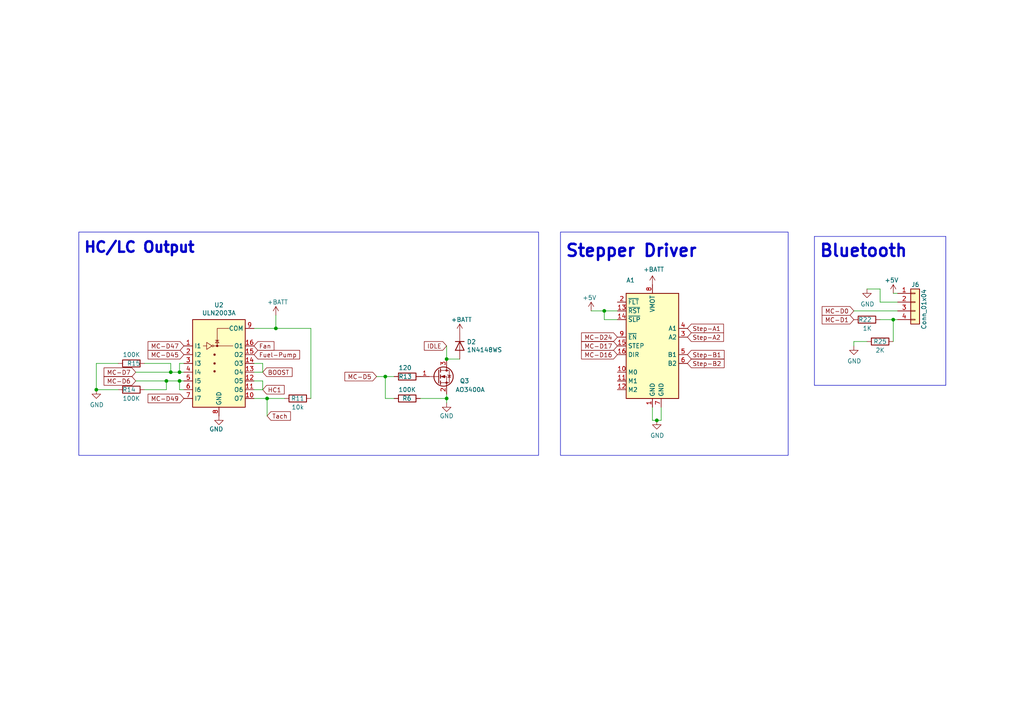
<source format=kicad_sch>
(kicad_sch (version 20230121) (generator eeschema)
  (paper "A4")
  (title_block (title "Pre-Ignition X2") (date "2023-06-15") (rev "B") (company "DetonationEMS"))
  (lib_symbols
    (symbol "Connector_Generic:Conn_01x04" (pin_names (offset 1.016) hide)
      (property "Reference" "J" (at 0 5.08 0))
      (property "Value" "Conn_01x04" (at 0 -7.62 0))
      (symbol "Conn_01x04_1_1"
        (rectangle (start -1.27 -4.953) (end 0 -5.207) (stroke (width 0.1524)))
        (rectangle (start -1.27 -2.413) (end 0 -2.667) (stroke (width 0.1524)))
        (rectangle (start -1.27 0.127) (end 0 -0.127) (stroke (width 0.1524)))
        (rectangle (start -1.27 2.667) (end 0 2.413) (stroke (width 0.1524)))
        (rectangle (start -1.27 3.81) (end 1.27 -6.35) (stroke (width 0.254)) (fill (type background)))
        (pin passive line (at -5.08 2.54 0) (length 3.81) (name "Pin_1") (number "1"))
        (pin passive line (at -5.08 0 0) (length 3.81) (name "Pin_2") (number "2"))
        (pin passive line (at -5.08 -2.54 0) (length 3.81) (name "Pin_3") (number "3"))
        (pin passive line (at -5.08 -5.08 0) (length 3.81) (name "Pin_4") (number "4"))
      )
    )
    (symbol "Device:R" (pin_numbers hide) (pin_names (offset 0))
      (property "Reference" "R" (at 2.032 0 90))
      (property "Value" "R" (at 0 0 90))
      (symbol "R_0_1"
        (rectangle (start -1.016 -2.54) (end 1.016 2.54) (stroke (width 0.254)))
      )
      (symbol "R_1_1"
        (pin passive line (at 0 3.81 270) (length 1.27) (name "~") (number "1"))
        (pin passive line (at 0 -3.81 90) (length 1.27) (name "~") (number "2"))
      )
    )
    (symbol "Diode:1N4148WS" (pin_numbers hide) (pin_names hide)
      (property "Reference" "D" (at 0 2.54 0))
      (property "Value" "1N4148WS" (at 0 -2.54 0))
      (symbol "1N4148WS_0_1"
        (polyline (pts (xy -1.27 1.27) (xy -1.27 -1.27)) (stroke (width 0.254)))
        (polyline (pts (xy 1.27 0) (xy -1.27 0)))
        (polyline (pts (xy 1.27 1.27) (xy 1.27 -1.27) (xy -1.27 0) (xy 1.27 1.27)) (stroke (width 0.254)))
      )
      (symbol "1N4148WS_1_1"
        (pin passive line (at -3.81 0 0) (length 2.54) (name "K") (number "1"))
        (pin passive line (at 3.81 0 180) (length 2.54) (name "A") (number "2"))
      )
    )
    (symbol "Driver_Motor:Pololu_Breakout_DRV8825"
      (property "Reference" "A" (at -2.54 16.51 0))
      (property "Value" "Pololu_Breakout_DRV8825" (at -2.54 13.97 0))
      (symbol "Pololu_Breakout_DRV8825_0_1"
        (rectangle (start 7.62 -17.78) (end -7.62 12.7) (stroke (width 0.254)) (fill (type background)))
      )
      (symbol "Pololu_Breakout_DRV8825_1_1"
        (pin power_in line (at 0 -20.32 90) (length 2.54) (name "GND") (number "1"))
        (pin input line (at -10.16 -10.16 0) (length 2.54) (name "M0") (number "10"))
        (pin input line (at -10.16 -12.7 0) (length 2.54) (name "M1") (number "11"))
        (pin input line (at -10.16 -15.24 0) (length 2.54) (name "M2") (number "12"))
        (pin input line (at -10.16 7.62 0) (length 2.54) (name "~{RST}") (number "13"))
        (pin input line (at -10.16 5.08 0) (length 2.54) (name "~{SLP}") (number "14"))
        (pin input line (at -10.16 -2.54 0) (length 2.54) (name "STEP") (number "15"))
        (pin input line (at -10.16 -5.08 0) (length 2.54) (name "DIR") (number "16"))
        (pin output line (at -10.16 10.16 0) (length 2.54) (name "~{FLT}") (number "2"))
        (pin output line (at 10.16 0 180) (length 2.54) (name "A2") (number "3"))
        (pin output line (at 10.16 2.54 180) (length 2.54) (name "A1") (number "4"))
        (pin output line (at 10.16 -5.08 180) (length 2.54) (name "B1") (number "5"))
        (pin output line (at 10.16 -7.62 180) (length 2.54) (name "B2") (number "6"))
        (pin power_in line (at 2.54 -20.32 90) (length 2.54) (name "GND") (number "7"))
        (pin power_in line (at 0 15.24 270) (length 2.54) (name "VMOT") (number "8"))
        (pin input line (at -10.16 0 0) (length 2.54) (name "~{EN}") (number "9"))
      )
    )
    (symbol "Pre_Ignition-rescue:AO3400A-Pre_Ignition-cache" (pin_names hide)
      (property "Reference" "Q" (at 5.08 1.905 0))
      (property "Value" "Pre_Ignition-cache_AO3400A" (at 5.08 0 0))
      (symbol "AO3400A-Pre_Ignition-cache_0_1"
        (polyline (pts (xy 0.254 0) (xy -2.54 0)))
        (polyline (pts (xy 0.254 1.905) (xy 0.254 -1.905)) (stroke (width 0.254)))
        (polyline (pts (xy 0.762 -1.27) (xy 0.762 -2.286)) (stroke (width 0.254)))
        (polyline (pts (xy 0.762 0.508) (xy 0.762 -0.508)) (stroke (width 0.254)))
        (polyline (pts (xy 0.762 2.286) (xy 0.762 1.27)) (stroke (width 0.254)))
        (polyline (pts (xy 2.54 2.54) (xy 2.54 1.778)))
        (polyline (pts (xy 2.54 -2.54) (xy 2.54 0) (xy 0.762 0)))
        (polyline (pts (xy 0.762 -1.778) (xy 3.302 -1.778) (xy 3.302 1.778) (xy 0.762 1.778)))
        (polyline (pts (xy 1.016 0) (xy 2.032 0.381) (xy 2.032 -0.381) (xy 1.016 0)) (fill (type outline)))
        (polyline (pts (xy 2.794 0.508) (xy 2.921 0.381) (xy 3.683 0.381) (xy 3.81 0.254)))
        (polyline (pts (xy 3.302 0.381) (xy 2.921 -0.254) (xy 3.683 -0.254) (xy 3.302 0.381)))
        (circle (center 1.651 0) (radius 2.794) (stroke (width 0.254)))
        (circle (center 2.54 -1.778) (radius 0.254) (fill (type outline)))
        (circle (center 2.54 1.778) (radius 0.254) (fill (type outline)))
      )
      (symbol "AO3400A-Pre_Ignition-cache_1_1"
        (pin input line (at -5.08 0 0) (length 2.54) (name "G") (number "1"))
        (pin passive line (at 2.54 -5.08 90) (length 2.54) (name "S") (number "2"))
        (pin passive line (at 2.54 5.08 270) (length 2.54) (name "D") (number "3"))
      )
    )
    (symbol "Transistor_Array:ULN2003A"
      (property "Reference" "U" (at 0 15.875 0))
      (property "Value" "ULN2003A" (at 0 13.97 0))
      (symbol "ULN2003A_0_1"
        (rectangle (start -7.62 -12.7) (end 7.62 12.7) (stroke (width 0.254)) (fill (type background)))
        (circle (center -1.778 5.08) (radius 0.254))
        (circle (center -1.27 -2.286) (radius 0.254) (fill (type outline)))
        (circle (center -1.27 0) (radius 0.254) (fill (type outline)))
        (circle (center -1.27 2.54) (radius 0.254) (fill (type outline)))
        (circle (center -0.508 5.08) (radius 0.254) (fill (type outline)))
        (polyline (pts (xy -4.572 5.08) (xy -3.556 5.08)))
        (polyline (pts (xy -1.524 5.08) (xy 4.064 5.08)))
        (polyline (pts (xy 0 6.731) (xy -1.016 6.731)))
        (polyline (pts (xy -0.508 5.08) (xy -0.508 10.16) (xy 2.921 10.16)))
        (polyline (pts (xy -3.556 6.096) (xy -3.556 4.064) (xy -2.032 5.08) (xy -3.556 6.096)))
        (polyline (pts (xy 0 5.969) (xy -1.016 5.969) (xy -0.508 6.731) (xy 0 5.969)))
      )
      (symbol "ULN2003A_1_1"
        (pin input line (at -10.16 5.08 0) (length 2.54) (name "I1") (number "1"))
        (pin open_collector line (at 10.16 -10.16 180) (length 2.54) (name "O7") (number "10"))
        (pin open_collector line (at 10.16 -7.62 180) (length 2.54) (name "O6") (number "11"))
        (pin open_collector line (at 10.16 -5.08 180) (length 2.54) (name "O5") (number "12"))
        (pin open_collector line (at 10.16 -2.54 180) (length 2.54) (name "O4") (number "13"))
        (pin open_collector line (at 10.16 0 180) (length 2.54) (name "O3") (number "14"))
        (pin open_collector line (at 10.16 2.54 180) (length 2.54) (name "O2") (number "15"))
        (pin open_collector line (at 10.16 5.08 180) (length 2.54) (name "O1") (number "16"))
        (pin input line (at -10.16 2.54 0) (length 2.54) (name "I2") (number "2"))
        (pin input line (at -10.16 0 0) (length 2.54) (name "I3") (number "3"))
        (pin input line (at -10.16 -2.54 0) (length 2.54) (name "I4") (number "4"))
        (pin input line (at -10.16 -5.08 0) (length 2.54) (name "I5") (number "5"))
        (pin input line (at -10.16 -7.62 0) (length 2.54) (name "I6") (number "6"))
        (pin input line (at -10.16 -10.16 0) (length 2.54) (name "I7") (number "7"))
        (pin power_in line (at 0 -15.24 90) (length 2.54) (name "GND") (number "8"))
        (pin passive line (at 10.16 10.16 180) (length 2.54) (name "COM") (number "9"))
      )
    )
    (symbol "power:+5V" (power) (pin_names (offset 0))
      (property "Value" "+5V" (at 0 3.556 0))
      (symbol "+5V_0_1"
        (polyline (pts (xy -0.762 1.27) (xy 0 2.54)))
        (polyline (pts (xy 0 0) (xy 0 2.54)))
        (polyline (pts (xy 0 2.54) (xy 0.762 1.27)))
      )
      (symbol "+5V_1_1"
        (pin power_in line (at 0 0 90) (length 0) hide (name "+5V") (number "1"))
      )
    )
    (symbol "power:+BATT" (power) (pin_names (offset 0))
      (property "Value" "+BATT" (at 0 3.556 0))
      (symbol "+BATT_0_1"
        (polyline (pts (xy -0.762 1.27) (xy 0 2.54)))
        (polyline (pts (xy 0 0) (xy 0 2.54)))
        (polyline (pts (xy 0 2.54) (xy 0.762 1.27)))
      )
      (symbol "+BATT_1_1"
        (pin power_in line (at 0 0 90) (length 0) hide (name "+BATT") (number "1"))
      )
    )
    (symbol "power:GND" (power) (pin_names (offset 0))
      (property "Value" "GND" (at 0 -3.81 0))
      (symbol "GND_0_1"
        (polyline (pts (xy 0 0) (xy 0 -1.27) (xy 1.27 -1.27) (xy 0 -2.54) (xy -1.27 -1.27) (xy 0 -1.27)))
      )
      (symbol "GND_1_1"
        (pin power_in line (at 0 0 270) (length 0) hide (name "GND") (number "1"))
      )
    )
  )
  (junction (at 49.53 107.95))
  (junction (at 77.47 115.57))
  (junction (at 129.54 104.14))
  (junction (at 259.08 92.71))
  (junction (at 190.5 121.92))
  (junction (at 80.01 95.25))
  (junction (at 27.94 113.03))
  (junction (at 175.26 90.17))
  (junction (at 48.26 110.49))
  (junction (at 52.07 107.95))
  (junction (at 129.54 115.57))
  (junction (at 111.76 109.22))
  (junction (at 52.07 110.49))
  (wire (pts (xy 255.27 83.82) (xy 255.27 87.63)))
  (wire (pts (xy 259.08 92.71) (xy 259.08 99.06)))
  (wire (pts (xy 189.23 118.11) (xy 189.23 121.92)))
  (wire (pts (xy 90.17 95.25) (xy 80.01 95.25)))
  (wire (pts (xy 129.54 116.84) (xy 129.54 115.57)))
  (wire (pts (xy 171.45 90.17) (xy 175.26 90.17)))
  (wire (pts (xy 80.01 91.44) (xy 80.01 95.25)))
  (wire (pts (xy 111.76 109.22) (xy 114.3 109.22)))
  (wire (pts (xy 76.2 107.95) (xy 73.66 107.95)))
  (wire (pts (xy 129.54 100.33) (xy 129.54 104.14)))
  (wire (pts (xy 53.34 113.03) (xy 52.07 113.03)))
  (wire (pts (xy 80.01 95.25) (xy 73.66 95.25)))
  (wire (pts (xy 111.76 109.22) (xy 111.76 115.57)))
  (wire (pts (xy 111.76 115.57) (xy 114.3 115.57)))
  (wire (pts (xy 52.07 105.41) (xy 52.07 107.95)))
  (wire (pts (xy 77.47 120.65) (xy 77.47 115.57)))
  (wire (pts (xy 260.35 90.17) (xy 247.65 90.17)))
  (polyline (pts (xy 236.22 111.76) (xy 274.32 111.76)))
  (wire (pts (xy 109.22 109.22) (xy 111.76 109.22)))
  (polyline (pts (xy 236.22 68.58) (xy 236.22 111.76)))
  (wire (pts (xy 41.91 113.03) (xy 48.26 113.03)))
  (wire (pts (xy 77.47 115.57) (xy 82.55 115.57)))
  (polyline (pts (xy 274.32 68.58) (xy 236.22 68.58)))
  (wire (pts (xy 191.77 121.92) (xy 191.77 118.11)))
  (wire (pts (xy 251.46 83.82) (xy 255.27 83.82)))
  (wire (pts (xy 53.34 105.41) (xy 52.07 105.41)))
  (wire (pts (xy 53.34 110.49) (xy 52.07 110.49)))
  (wire (pts (xy 73.66 115.57) (xy 77.47 115.57)))
  (wire (pts (xy 259.08 85.09) (xy 260.35 85.09)))
  (wire (pts (xy 247.65 99.06) (xy 247.65 100.33)))
  (wire (pts (xy 27.94 105.41) (xy 34.29 105.41)))
  (wire (pts (xy 76.2 110.49) (xy 76.2 113.03)))
  (wire (pts (xy 189.23 121.92) (xy 190.5 121.92)))
  (wire (pts (xy 76.2 113.03) (xy 73.66 113.03)))
  (wire (pts (xy 27.94 105.41) (xy 27.94 113.03)))
  (wire (pts (xy 76.2 110.49) (xy 73.66 110.49)))
  (wire (pts (xy 49.53 107.95) (xy 52.07 107.95)))
  (wire (pts (xy 90.17 115.57) (xy 90.17 95.25)))
  (wire (pts (xy 255.27 92.71) (xy 259.08 92.71)))
  (wire (pts (xy 121.92 115.57) (xy 129.54 115.57)))
  (wire (pts (xy 190.5 121.92) (xy 191.77 121.92)))
  (wire (pts (xy 255.27 87.63) (xy 260.35 87.63)))
  (wire (pts (xy 27.94 113.03) (xy 34.29 113.03)))
  (wire (pts (xy 39.37 110.49) (xy 48.26 110.49)))
  (wire (pts (xy 48.26 110.49) (xy 52.07 110.49)))
  (wire (pts (xy 49.53 105.41) (xy 49.53 107.95)))
  (polyline (pts (xy 274.32 111.76) (xy 274.32 68.58)))
  (wire (pts (xy 48.26 113.03) (xy 48.26 110.49)))
  (wire (pts (xy 39.37 107.95) (xy 49.53 107.95)))
  (wire (pts (xy 76.2 105.41) (xy 73.66 105.41)))
  (wire (pts (xy 52.07 113.03) (xy 52.07 110.49)))
  (wire (pts (xy 41.91 105.41) (xy 49.53 105.41)))
  (wire (pts (xy 247.65 99.06) (xy 251.46 99.06)))
  (wire (pts (xy 259.08 92.71) (xy 260.35 92.71)))
  (wire (pts (xy 129.54 115.57) (xy 129.54 114.3)))
  (wire (pts (xy 133.35 104.14) (xy 129.54 104.14)))
  (wire (pts (xy 175.26 90.17) (xy 179.07 90.17)))
  (wire (pts (xy 175.26 90.17) (xy 175.26 92.71)))
  (wire (pts (xy 76.2 107.95) (xy 76.2 105.41)))
  (wire (pts (xy 175.26 92.71) (xy 179.07 92.71)))
  (wire (pts (xy 52.07 107.95) (xy 53.34 107.95)))
  (rectangle (start 162.56 67.31) (end 228.6 132.08))
  (rectangle (start 22.86 67.31) (end 156.21 132.08))
  (text "Bluetooth" (at 237.49 74.93 0) (effects (font (size 3.5 3.5) (thickness 0.7) bold) (justify left bottom)))
  (text "Stepper Driver" (at 163.83 74.93 0) (effects (font (size 3.5 3.5) (thickness 0.7) bold) (justify left bottom)))
  (text "HC/LC Output" (at 24.13 73.66 0) (effects (font (size 3 3) (thickness 0.7) bold) (justify left bottom)))
  (global_label "MC-D45" (shape input) (at 53.34 102.87 180) (property "Intersheetrefs" "${INTERSHEET_REFS}" (effects hide)))
  (global_label "MC-D16" (shape input) (at 179.07 102.87 180) (property "Intersheetrefs" "${INTERSHEET_REFS}" (effects hide)))
  (global_label "MC-D6" (shape input) (at 39.37 110.49 180) (property "Intersheetrefs" "${INTERSHEET_REFS}" (effects hide)))
  (global_label "MC-D1" (shape input) (at 247.65 92.71 180) (property "Intersheetrefs" "${INTERSHEET_REFS}" (effects hide)))
  (global_label "MC-D24" (shape input) (at 179.07 97.79 180) (property "Intersheetrefs" "${INTERSHEET_REFS}" (effects hide)))
  (global_label "IDLE" (shape input) (at 129.54 100.33 180) (property "Intersheetrefs" "${INTERSHEET_REFS}" (effects hide)))
  (global_label "MC-D17" (shape input) (at 179.07 100.33 180) (property "Intersheetrefs" "${INTERSHEET_REFS}" (effects hide)))
  (global_label "Fuel-Pump" (shape input) (at 73.66 102.87 0) (property "Intersheetrefs" "${INTERSHEET_REFS}" (effects hide)))
  (global_label "HC1" (shape input) (at 76.2 113.03 0) (property "Intersheetrefs" "${INTERSHEET_REFS}" (effects hide)))
  (global_label "Step-A2" (shape input) (at 199.39 97.79 0) (property "Intersheetrefs" "${INTERSHEET_REFS}" (effects hide)))
  (global_label "Step-B1" (shape input) (at 199.39 102.87 0) (property "Intersheetrefs" "${INTERSHEET_REFS}" (effects hide)))
  (global_label "MC-D47" (shape input) (at 53.34 100.33 180) (property "Intersheetrefs" "${INTERSHEET_REFS}" (effects hide)))
  (global_label "MC-D0" (shape input) (at 247.65 90.17 180) (property "Intersheetrefs" "${INTERSHEET_REFS}" (effects hide)))
  (global_label "Tach" (shape input) (at 77.47 120.65 0) (property "Intersheetrefs" "${INTERSHEET_REFS}" (effects hide)))
  (global_label "Step-A1" (shape input) (at 199.39 95.25 0) (property "Intersheetrefs" "${INTERSHEET_REFS}" (effects hide)))
  (global_label "Step-B2" (shape input) (at 199.39 105.41 0) (property "Intersheetrefs" "${INTERSHEET_REFS}" (effects hide)))
  (global_label "Fan" (shape input) (at 73.66 100.33 0) (property "Intersheetrefs" "${INTERSHEET_REFS}" (effects hide)))
  (global_label "MC-D49" (shape input) (at 53.34 115.57 180) (property "Intersheetrefs" "${INTERSHEET_REFS}" (effects hide)))
  (global_label "MC-D7" (shape input) (at 39.37 107.95 180) (property "Intersheetrefs" "${INTERSHEET_REFS}" (effects hide)))
  (global_label "BOOST" (shape input) (at 76.2 107.95 0) (property "Intersheetrefs" "${INTERSHEET_REFS}" (effects hide)))
  (global_label "MC-D5" (shape input) (at 109.22 109.22 180) (property "Intersheetrefs" "${INTERSHEET_REFS}" (effects hide)))
  (symbol (lib_id "Transistor_Array:ULN2003A") (at 63.5 105.41 0) (unit 1)
    (property "Reference" "U2" (at 63.5 88.4682 0))
    (property "Value" "ULN2003A" (at 63.5 90.7796 0))
    (property "Footprint" "Package_SO:SOIC-16_3.9x9.9mm_P1.27mm" (effects hide))
    (property "Datasheet" "http://www.ti.com/lit/ds/symlink/uln2003a.pdf" (effects hide))
    (property "LCSC" "C7512 " (effects hide))
  )
  (symbol (lib_id "power:GND") (at 63.5 120.65 0) (unit 1)
    (property "Reference" "#PWR0144" (effects hide))
    (property "Value" "GND" (at 64.77 124.46 0) (effects (justify right)))
  )
  (symbol (lib_id "Device:R") (at 38.1 105.41 90) (unit 1)
    (property "Reference" "R15" (at 36.83 105.41 90) (effects (justify right)))
    (property "Value" "100K" (at 35.56 102.87 90) (effects (justify right)))
    (property "Footprint" "Resistor_SMD:R_0603_1608Metric" (effects hide))
    (property "LCSC" "C25803" (effects hide))
  )
  (symbol (lib_id "power:GND") (at 27.94 113.03 0) (unit 1)
    (property "Reference" "#PWR026" (effects hide))
    (property "Value" "GND" (at 28.067 117.4242 0))
  )
  (symbol (lib_id "Device:R") (at 38.1 113.03 270) (unit 1)
    (property "Reference" "R14" (at 39.37 113.03 90) (effects (justify right)))
    (property "Value" "100K" (at 40.64 115.57 90) (effects (justify right)))
    (property "Footprint" "Resistor_SMD:R_0603_1608Metric" (effects hide))
    (property "LCSC" "C25803" (effects hide))
  )
  (symbol (lib_id "Connector_Generic:Conn_01x04") (at 265.43 87.63 0) (unit 1)
    (property "Reference" "J6" (at 266.7 82.55 0) (effects (justify right)))
    (property "Value" "Conn_01x04" (at 267.97 83.82 90) (effects (justify right)))
    (property "Footprint" "Misc:1X4-PROTO" (effects hide))
  )
  (symbol (lib_id "power:GND") (at 251.46 83.82 0) (unit 1)
    (property "Reference" "#PWR0106" (effects hide))
    (property "Value" "GND" (at 251.587 88.2142 0))
  )
  (symbol (lib_id "Device:R") (at 251.46 92.71 270) (unit 1)
    (property "Reference" "R22" (at 248.92 92.71 90) (effects (justify left)))
    (property "Value" "1K" (at 250.19 95.25 90) (effects (justify left)))
    (property "Footprint" "Resistor_SMD:R_0603_1608Metric" (effects hide))
    (property "LCSC" "C21190" (effects hide))
  )
  (symbol (lib_id "Device:R") (at 255.27 99.06 90) (unit 1)
    (property "Reference" "R25" (at 255.27 99.06 90))
    (property "Value" "2K" (at 255.27 101.6 90))
    (property "Footprint" "Resistor_SMD:R_0603_1608Metric" (effects hide))
    (property "LCSC" "C22975" (effects hide))
  )
  (symbol (lib_id "power:GND") (at 247.65 100.33 0) (unit 1)
    (property "Reference" "#PWR0111" (effects hide))
    (property "Value" "GND" (at 247.777 104.7242 0))
  )
  (symbol (lib_id "Device:R") (at 86.36 115.57 90) (mirror x) (unit 1)
    (property "Reference" "R11" (at 86.36 115.57 90))
    (property "Value" "10k" (at 86.36 118.11 90))
    (property "Footprint" "Resistor_SMD:R_0603_1608Metric" (effects hide))
    (property "LCSC" "C25804" (effects hide))
    (instances (project "Pre_Ignition" (path "" (reference "R11") (unit 1)) (path "" (reference "R?") (unit 1))))
  )
  (symbol (lib_id "power:+BATT") (at 80.01 91.44 0) (unit 1)
    (property "Reference" "#PWR0139" (effects hide))
    (property "Value" "+BATT" (at 77.47 87.63 0) (effects (justify left)))
  )
  (symbol (lib_id "Driver_Motor:Pololu_Breakout_DRV8825") (at 189.23 97.79 0) (unit 1)
    (property "Reference" "A1" (at 182.88 81.28 0))
    (property "Value" "Pololu_Breakout_DRV8825" (effects hide))
    (property "Footprint" "Detonation:DVR8825-Labeled-Front" (effects hide))
    (property "Datasheet" "https://www.pololu.com/product/2982" (effects hide))
  )
  (symbol (lib_id "power:+5V") (at 171.45 90.17 0) (unit 1)
    (property "Reference" "#PWR03" (effects hide))
    (property "Value" "+5V" (at 168.91 86.36 0) (effects (justify left)))
  )
  (symbol (lib_id "power:+BATT") (at 189.23 82.55 0) (unit 1)
    (property "Reference" "#PWR011" (effects hide))
    (property "Value" "+BATT" (at 189.611 78.1558 0))
  )
  (symbol (lib_id "power:GND") (at 190.5 121.92 0) (unit 1)
    (property "Reference" "#PWR012" (effects hide))
    (property "Value" "GND" (at 190.627 126.3142 0))
  )
  (symbol (lib_id "Device:R") (at 118.11 115.57 270) (unit 1)
    (property "Reference" "R6" (at 119.38 115.57 90) (effects (justify right)))
    (property "Value" "100K" (at 120.65 113.03 90) (effects (justify right)))
    (property "Footprint" "Resistor_SMD:R_0603_1608Metric" (effects hide))
    (property "LCSC" "C25803" (effects hide))
  )
  (symbol (lib_id "Device:R") (at 118.11 109.22 90) (mirror x) (unit 1)
    (property "Reference" "R13" (at 115.57 109.22 90) (effects (justify right)))
    (property "Value" "120" (at 115.57 106.68 90) (effects (justify right)))
    (property "Footprint" "Resistor_SMD:R_0603_1608Metric" (effects hide))
    (property "LCSC" "C22787" (effects hide))
  )
  (symbol (lib_id "Diode:1N4148WS") (at 133.35 100.33 90) (mirror x) (unit 1)
    (property "Reference" "D2" (at 135.382 99.1616 90) (effects (justify right)))
    (property "Value" "1N4148WS" (at 135.382 101.473 90) (effects (justify right)))
    (property "Footprint" "Diode_SMD:D_SOD-323F" (effects hide))
    (property "Datasheet" "https://www.vishay.com/docs/85751/1n4148ws.pdf" (effects hide))
    (property "LCSC" "C2128" (effects hide))
  )
  (symbol (lib_id "Pre_Ignition-rescue:AO3400A-Pre_Ignition-cache") (at 127 109.22 0) (unit 1)
    (property "Reference" "Q3" (at 133.35 110.49 0) (effects (justify left)))
    (property "Value" "AO3400A" (at 132.08 113.03 0) (effects (justify left)))
    (property "Footprint" "Package_TO_SOT_SMD:SOT-23" (effects hide))
    (property "LCSC" "C20917" (effects hide))
  )
  (symbol (lib_id "power:+BATT") (at 133.35 96.52 0) (unit 1)
    (property "Reference" "#PWR0113" (effects hide))
    (property "Value" "+BATT" (at 130.81 92.71 0) (effects (justify left)))
  )
  (symbol (lib_id "power:GND") (at 129.54 116.84 0) (unit 1)
    (property "Reference" "#PWR0136" (effects hide))
    (property "Value" "GND" (at 129.54 120.65 0))
  )
  (symbol (lib_id "power:+5V") (at 259.08 85.09 0) (unit 1)
    (property "Reference" "#PWR0154" (effects hide))
    (property "Value" "+5V" (at 256.54 81.28 0) (effects (justify left)))
  )
)
</source>
